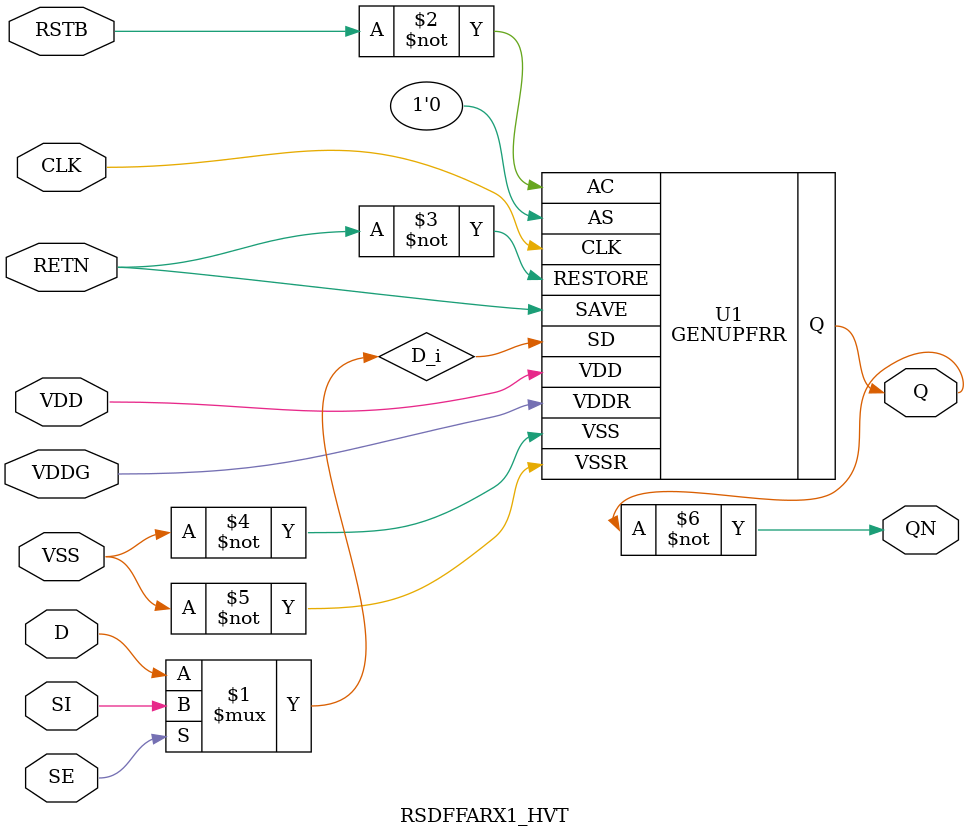
<source format=v>
module SEQDFF ( Q, AC, AS, SD, CLK, VSS, VDD );
output Q;
input AC, AS, SD, CLK;
(* pg_type = "primary_ground" *) input VSS;
(* pg_type = "primary_power" *) input VDD;
reg next_state;
wire poweron, reset, set, data, clock, isX, X;
assign poweron = ( VSS && VDD );
assign isX = !poweron || (AC && AS);
assign X = isX && 1'bX;
assign reset = X || ( !isX && AC );
assign set = X || ( !isX && AS );
assign data = SD;
assign clock = CLK;
GTECH_FD3 next_state_reg (
 .D(data),
 .CP(clock),
 .CD(!reset),
 .SD(!set),
 .Q(next_state));
assign Q = ( poweron && next_state ) || ( !poweron && 1'bX );
endmodule

module SEQLAT ( Q, AL, AD, VSS, VDD );
output Q;
input AL, AD;
(* pg_type = "primary_ground" *) input VSS;
(* pg_type = "primary_power" *) input VDD;
reg next_state;
wire poweron, enable, data;
assign poweron = ( VSS && VDD );
assign enable = ( poweron && AL ) || ( !poweron && 1'bX );
assign data = ( poweron && AD ) || ( !poweron && 1'bX );
always @ ( enable or data )
begin : U1
 if ( enable ) begin
 next_state <= data;
 end
end
assign Q = next_state;
endmodule

module GENUPFRR ( Q, AC, AS, SD, CLK, SAVE, RESTORE, VSS, VDD, VSSR,
VDDR );
output Q;
input AC, AS, SD, CLK, SAVE, RESTORE;
(* pg_type = "primary_ground" *) input VSS;
(* pg_type = "primary_power" *) input VDD;
(* pg_type = "backup_ground" *) input VSSR;
(* pg_type = "backup_power" *) input VDDR;
wire shadow;
wire AC_i, AS_i, VSS_i, VDD_i;
assign AC_i = ( RESTORE && !shadow ) || ( !RESTORE && AC );
assign AS_i = ( RESTORE && shadow ) || ( !RESTORE && AS );
assign VSS_i = (VSS && VSSR );
assign VDD_i = (VDD && VDDR );
SEQDFF M (.Q(Q), .AC(AC_i), .AS(AS_i), .SD(SD), .CLK(CLK),
 .VSS(VSS_i), .VDD(VDD_i));
SEQLAT S (.Q(shadow), .AL(SAVE), .AD(Q), .VSS(VSSR), .VDD(VDDR) );
endmodule

`celldefine
// 1 
module RSDFFARX1_LVT (CLK, RSTB, D, RETN, SI, SE, Q, QN, VSS, VDD, VDDG);

input CLK, RSTB, D, SI, SE;
output Q, QN;
(* retention_port_type = "save_restore" *) input RETN;
(* pg_type = "primary_ground" *) input VSS;
(* pg_type = "primary_power" *) input VDD;
(* pg_type = "backup_power" *) input VDDG;

wire D_i;
assign D_i = SE ? SI : D; // mux in the scan data

GENUPFRR U1 (
.Q(Q),
.AC(~RSTB), // active low reset
.AS(1'b0), // inactive set
.SD(D_i),
.CLK(CLK),
// save when RETN is low and restore on high
.SAVE(RETN), .RESTORE(~RETN),
// power connections
.VSS(~VSS), .VDD(VDD), .VSSR(~VSS), .VDDR(VDDG)
);
assign QN = ~Q;

endmodule
`endcelldefine

`celldefine
// 2
module RSDFFARX1_RVT (CLK, RSTB, D, RETN, SI, SE, Q, QN, VSS, VDD, VDDG);

input CLK, RSTB, D, SI, SE;
output Q, QN;
(* retention_port_type = "save_restore" *) input RETN;
(* pg_type = "primary_ground" *) input VSS;
(* pg_type = "primary_power" *) input VDD;
(* pg_type = "backup_power" *) input VDDG;

wire D_i;
assign D_i = SE ? SI : D; // mux in the scan data

GENUPFRR U1 (
.Q(Q),
.AC(~RSTB), // active low reset
.AS(1'b0), // inactive set
.SD(D_i),
.CLK(CLK),
// save when RETN is low and restore on high
.SAVE(RETN), .RESTORE(~RETN),
// power connections
.VSS(~VSS), .VDD(VDD), .VSSR(~VSS), .VDDR(VDDG)
);
assign QN = ~Q;

endmodule 
`endcelldefine

`celldefine
// 3
module RSDFFARX2_HVT (CLK, RSTB, D, RETN, SI, SE, Q, QN, VSS, VDD, VDDG);

input CLK, RSTB, D,  SI, SE;
output Q, QN;
(* retention_port_type = "save_restore" *) input RETN;
(* pg_type = "primary_ground" *) input VSS;
(* pg_type = "primary_power" *) input VDD;
(* pg_type = "backup_power" *) input VDDG;

wire D_i;
assign D_i = SE ? SI : D; // mux in the scan data

GENUPFRR U1 (
.Q(Q),
.AC(~RSTB), // active low reset
.AS(1'b0), // inactive set
.SD(D_i),
.CLK(CLK),
// save when RETN is low and restore on high
.SAVE(RETN), .RESTORE(~RETN),
// power connections
.VSS(~VSS), .VDD(VDD), .VSSR(~VSS), .VDDR(VDDG)
);
assign QN = ~Q;

endmodule 
`endcelldefine

`celldefine
// 4
module RSDFFARX2_LVT (CLK, RSTB, D, RETN, SI, SE, Q, QN, VSS, VDD, VDDG);

input CLK, RSTB, D,  SI, SE;
output Q, QN;
(* retention_port_type = "save_restore" *) input RETN;
(* pg_type = "primary_ground" *) input VSS;
(* pg_type = "primary_power" *) input VDD;
(* pg_type = "backup_power" *) input VDDG;

wire D_i;
assign D_i = SE ? SI : D; // mux in the scan data

GENUPFRR U1 (
.Q(Q),
.AC(~RSTB), // active low reset
.AS(1'b0), // inactive set
.SD(D_i),
.CLK(CLK),
// save when RETN is low and restore on high
.SAVE(RETN), .RESTORE(~RETN),
// power connections
.VSS(~VSS), .VDD(VDD), .VSSR(~VSS), .VDDR(VDDG)
);
assign QN = ~Q;

endmodule 
`endcelldefine

`celldefine
// 5
module RSDFFARX2_RVT (CLK, RSTB, D, RETN, SI, SE, Q, QN, VSS, VDD, VDDG);

input CLK, RSTB, D,  SI, SE;
output Q, QN;
(* retention_port_type = "save_restore" *) input RETN;
(* pg_type = "primary_ground" *) input VSS;
(* pg_type = "primary_power" *) input VDD;
(* pg_type = "backup_power" *) input VDDG;

wire D_i;
assign D_i = SE ? SI : D; // mux in the scan data

GENUPFRR U1 (
.Q(Q),
.AC(~RSTB), // active low reset
.AS(1'b0), // inactive set
.SD(D_i),
.CLK(CLK),
// save when RETN is low and restore on high
.SAVE(RETN), .RESTORE(~RETN),
// power connections
.VSS(~VSS), .VDD(VDD), .VSSR(~VSS), .VDDR(VDDG)
);
assign QN = ~Q;

endmodule 
`endcelldefine

`celldefine
// 6
module RSDFFARX1_HVT (CLK, RSTB, D, RETN, SI, SE, Q, QN, VSS, VDD, VDDG);

input CLK, RSTB, D,  SI, SE;
output Q, QN;
(* retention_port_type = "save_restore" *) input RETN;
(* pg_type = "primary_ground" *) input VSS;
(* pg_type = "primary_power" *) input VDD;
(* pg_type = "backup_power" *) input VDDG;

wire D_i;
assign D_i = SE ? SI : D; // mux in the scan data

GENUPFRR U1 (
.Q(Q),
.AC(~RSTB), // active low reset
.AS(1'b0), // inactive set
.SD(D_i),
.CLK(CLK),
// save when RETN is low and restore on high
.SAVE(RETN), .RESTORE(~RETN),
// power connections
.VSS(~VSS), .VDD(VDD), .VSSR(~VSS), .VDDR(VDDG)
);
assign QN = ~Q;

endmodule 
`endcelldefine

</source>
